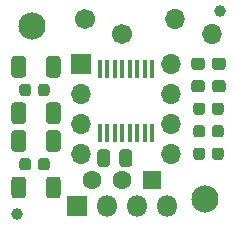
<source format=gts>
G04 #@! TF.GenerationSoftware,KiCad,Pcbnew,(5.1.6-0-10_14)*
G04 #@! TF.CreationDate,2021-08-16T11:45:39+01:00*
G04 #@! TF.ProjectId,VR-Conditioner-MAX9926+reg,56522d43-6f6e-4646-9974-696f6e65722d,3.7*
G04 #@! TF.SameCoordinates,PX68c4118PY713e7a8*
G04 #@! TF.FileFunction,Soldermask,Top*
G04 #@! TF.FilePolarity,Negative*
%FSLAX46Y46*%
G04 Gerber Fmt 4.6, Leading zero omitted, Abs format (unit mm)*
G04 Created by KiCad (PCBNEW (5.1.6-0-10_14)) date 2021-08-16 11:45:39*
%MOMM*%
%LPD*%
G01*
G04 APERTURE LIST*
%ADD10O,1.801600X1.801600*%
%ADD11R,1.801600X1.801600*%
%ADD12R,1.601600X1.601600*%
%ADD13C,1.601600*%
%ADD14C,2.301600*%
%ADD15O,1.701600X1.701600*%
%ADD16C,1.701600*%
%ADD17R,0.456400X1.556499*%
%ADD18R,1.701600X1.701600*%
%ADD19C,1.000000*%
G04 APERTURE END LIST*
G04 #@! TO.C,C20*
G36*
G01*
X4971300Y8282650D02*
X4971300Y7719350D01*
G75*
G02*
X4727150Y7475200I-244150J0D01*
G01*
X4238850Y7475200D01*
G75*
G02*
X3994700Y7719350I0J244150D01*
G01*
X3994700Y8282650D01*
G75*
G02*
X4238850Y8526800I244150J0D01*
G01*
X4727150Y8526800D01*
G75*
G02*
X4971300Y8282650I0J-244150D01*
G01*
G37*
G36*
G01*
X6546300Y8282650D02*
X6546300Y7719350D01*
G75*
G02*
X6302150Y7475200I-244150J0D01*
G01*
X5813850Y7475200D01*
G75*
G02*
X5569700Y7719350I0J244150D01*
G01*
X5569700Y8282650D01*
G75*
G02*
X5813850Y8526800I244150J0D01*
G01*
X6302150Y8526800D01*
G75*
G02*
X6546300Y8282650I0J-244150D01*
G01*
G37*
G04 #@! TD*
G04 #@! TO.C,C10*
G36*
G01*
X5569700Y14005850D02*
X5569700Y14569150D01*
G75*
G02*
X5813850Y14813300I244150J0D01*
G01*
X6302150Y14813300D01*
G75*
G02*
X6546300Y14569150I0J-244150D01*
G01*
X6546300Y14005850D01*
G75*
G02*
X6302150Y13761700I-244150J0D01*
G01*
X5813850Y13761700D01*
G75*
G02*
X5569700Y14005850I0J244150D01*
G01*
G37*
G36*
G01*
X3994700Y14005850D02*
X3994700Y14569150D01*
G75*
G02*
X4238850Y14813300I244150J0D01*
G01*
X4727150Y14813300D01*
G75*
G02*
X4971300Y14569150I0J-244150D01*
G01*
X4971300Y14005850D01*
G75*
G02*
X4727150Y13761700I-244150J0D01*
G01*
X4238850Y13761700D01*
G75*
G02*
X3994700Y14005850I0J244150D01*
G01*
G37*
G04 #@! TD*
G04 #@! TO.C,C4*
G36*
G01*
X12464200Y8027350D02*
X12464200Y8990650D01*
G75*
G02*
X12733350Y9259800I269150J0D01*
G01*
X13271650Y9259800D01*
G75*
G02*
X13540800Y8990650I0J-269150D01*
G01*
X13540800Y8027350D01*
G75*
G02*
X13271650Y7758200I-269150J0D01*
G01*
X12733350Y7758200D01*
G75*
G02*
X12464200Y8027350I0J269150D01*
G01*
G37*
G36*
G01*
X10589200Y8027350D02*
X10589200Y8990650D01*
G75*
G02*
X10858350Y9259800I269150J0D01*
G01*
X11396650Y9259800D01*
G75*
G02*
X11665800Y8990650I0J-269150D01*
G01*
X11665800Y8027350D01*
G75*
G02*
X11396650Y7758200I-269150J0D01*
G01*
X10858350Y7758200D01*
G75*
G02*
X10589200Y8027350I0J269150D01*
G01*
G37*
G04 #@! TD*
G04 #@! TO.C,C3*
G36*
G01*
X19703300Y12981650D02*
X19703300Y12418350D01*
G75*
G02*
X19459150Y12174200I-244150J0D01*
G01*
X18970850Y12174200D01*
G75*
G02*
X18726700Y12418350I0J244150D01*
G01*
X18726700Y12981650D01*
G75*
G02*
X18970850Y13225800I244150J0D01*
G01*
X19459150Y13225800D01*
G75*
G02*
X19703300Y12981650I0J-244150D01*
G01*
G37*
G36*
G01*
X21278300Y12981650D02*
X21278300Y12418350D01*
G75*
G02*
X21034150Y12174200I-244150J0D01*
G01*
X20545850Y12174200D01*
G75*
G02*
X20301700Y12418350I0J244150D01*
G01*
X20301700Y12981650D01*
G75*
G02*
X20545850Y13225800I244150J0D01*
G01*
X21034150Y13225800D01*
G75*
G02*
X21278300Y12981650I0J-244150D01*
G01*
G37*
G04 #@! TD*
G04 #@! TO.C,C2*
G36*
G01*
X19703300Y11076650D02*
X19703300Y10513350D01*
G75*
G02*
X19459150Y10269200I-244150J0D01*
G01*
X18970850Y10269200D01*
G75*
G02*
X18726700Y10513350I0J244150D01*
G01*
X18726700Y11076650D01*
G75*
G02*
X18970850Y11320800I244150J0D01*
G01*
X19459150Y11320800D01*
G75*
G02*
X19703300Y11076650I0J-244150D01*
G01*
G37*
G36*
G01*
X21278300Y11076650D02*
X21278300Y10513350D01*
G75*
G02*
X21034150Y10269200I-244150J0D01*
G01*
X20545850Y10269200D01*
G75*
G02*
X20301700Y10513350I0J244150D01*
G01*
X20301700Y11076650D01*
G75*
G02*
X20545850Y11320800I244150J0D01*
G01*
X21034150Y11320800D01*
G75*
G02*
X21278300Y11076650I0J-244150D01*
G01*
G37*
G04 #@! TD*
G04 #@! TO.C,C1*
G36*
G01*
X19703300Y9171650D02*
X19703300Y8608350D01*
G75*
G02*
X19459150Y8364200I-244150J0D01*
G01*
X18970850Y8364200D01*
G75*
G02*
X18726700Y8608350I0J244150D01*
G01*
X18726700Y9171650D01*
G75*
G02*
X18970850Y9415800I244150J0D01*
G01*
X19459150Y9415800D01*
G75*
G02*
X19703300Y9171650I0J-244150D01*
G01*
G37*
G36*
G01*
X21278300Y9171650D02*
X21278300Y8608350D01*
G75*
G02*
X21034150Y8364200I-244150J0D01*
G01*
X20545850Y8364200D01*
G75*
G02*
X20301700Y8608350I0J244150D01*
G01*
X20301700Y9171650D01*
G75*
G02*
X20545850Y9415800I244150J0D01*
G01*
X21034150Y9415800D01*
G75*
G02*
X21278300Y9171650I0J-244150D01*
G01*
G37*
G04 #@! TD*
D10*
G04 #@! TO.C,J2*
X16510000Y4445000D03*
X13970000Y4445000D03*
X11430000Y4445000D03*
D11*
X8890000Y4445000D03*
G04 #@! TD*
D12*
G04 #@! TO.C,U2*
X15240000Y6650000D03*
D13*
X10160000Y6650000D03*
X12700000Y6650000D03*
G04 #@! TD*
D14*
G04 #@! TO.C,H2*
X5080000Y19685000D03*
G04 #@! TD*
G04 #@! TO.C,H1*
X19685000Y5080000D03*
G04 #@! TD*
D15*
G04 #@! TO.C,R23*
X20320000Y19050000D03*
D16*
X12700000Y19050000D03*
G04 #@! TD*
D15*
G04 #@! TO.C,R13*
X17145000Y20320000D03*
D16*
X9525000Y20320000D03*
G04 #@! TD*
D17*
G04 #@! TO.C,U1*
X15240000Y10613652D03*
X14605000Y10613652D03*
X13970000Y10613652D03*
X13335000Y10613652D03*
X12700000Y10613652D03*
X12065000Y10613652D03*
X11430000Y10613652D03*
X10795000Y10613652D03*
X10795000Y16056348D03*
X11430000Y16056348D03*
X12065000Y16056348D03*
X12700000Y16056348D03*
X13335000Y16056348D03*
X13970000Y16056348D03*
X14605000Y16056348D03*
X15240000Y16056348D03*
G04 #@! TD*
G04 #@! TO.C,R20*
G36*
G01*
X19703300Y14867900D02*
X19703300Y14342100D01*
G75*
G02*
X19440400Y14079200I-262900J0D01*
G01*
X18814600Y14079200D01*
G75*
G02*
X18551700Y14342100I0J262900D01*
G01*
X18551700Y14867900D01*
G75*
G02*
X18814600Y15130800I262900J0D01*
G01*
X19440400Y15130800D01*
G75*
G02*
X19703300Y14867900I0J-262900D01*
G01*
G37*
G36*
G01*
X21453300Y14867900D02*
X21453300Y14342100D01*
G75*
G02*
X21190400Y14079200I-262900J0D01*
G01*
X20564600Y14079200D01*
G75*
G02*
X20301700Y14342100I0J262900D01*
G01*
X20301700Y14867900D01*
G75*
G02*
X20564600Y15130800I262900J0D01*
G01*
X21190400Y15130800D01*
G75*
G02*
X21453300Y14867900I0J-262900D01*
G01*
G37*
G04 #@! TD*
G04 #@! TO.C,R10*
G36*
G01*
X19703300Y16772900D02*
X19703300Y16247100D01*
G75*
G02*
X19440400Y15984200I-262900J0D01*
G01*
X18814600Y15984200D01*
G75*
G02*
X18551700Y16247100I0J262900D01*
G01*
X18551700Y16772900D01*
G75*
G02*
X18814600Y17035800I262900J0D01*
G01*
X19440400Y17035800D01*
G75*
G02*
X19703300Y16772900I0J-262900D01*
G01*
G37*
G36*
G01*
X21453300Y16772900D02*
X21453300Y16247100D01*
G75*
G02*
X21190400Y15984200I-262900J0D01*
G01*
X20564600Y15984200D01*
G75*
G02*
X20301700Y16247100I0J262900D01*
G01*
X20301700Y16772900D01*
G75*
G02*
X20564600Y17035800I262900J0D01*
G01*
X21190400Y17035800D01*
G75*
G02*
X21453300Y16772900I0J-262900D01*
G01*
G37*
G04 #@! TD*
D15*
G04 #@! TO.C,J1*
X16827500Y16510000D03*
X9207500Y8890000D03*
X16827500Y13970000D03*
X9207500Y11430000D03*
X16827500Y11430000D03*
X9207500Y13970000D03*
X16827500Y8890000D03*
D18*
X9207500Y16510000D03*
G04 #@! TD*
D19*
G04 #@! TO.C,FID2*
X20955000Y20955000D03*
G04 #@! TD*
G04 #@! TO.C,FID1*
X3810000Y3810000D03*
G04 #@! TD*
G04 #@! TO.C,R11*
G36*
G01*
X6246700Y11665777D02*
X6246700Y12972223D01*
G75*
G02*
X6519277Y13244800I272577J0D01*
G01*
X7200723Y13244800D01*
G75*
G02*
X7473300Y12972223I0J-272577D01*
G01*
X7473300Y11665777D01*
G75*
G02*
X7200723Y11393200I-272577J0D01*
G01*
X6519277Y11393200D01*
G75*
G02*
X6246700Y11665777I0J272577D01*
G01*
G37*
G36*
G01*
X3321700Y11665777D02*
X3321700Y12972223D01*
G75*
G02*
X3594277Y13244800I272577J0D01*
G01*
X4275723Y13244800D01*
G75*
G02*
X4548300Y12972223I0J-272577D01*
G01*
X4548300Y11665777D01*
G75*
G02*
X4275723Y11393200I-272577J0D01*
G01*
X3594277Y11393200D01*
G75*
G02*
X3321700Y11665777I0J272577D01*
G01*
G37*
G04 #@! TD*
G04 #@! TO.C,R21*
G36*
G01*
X3321700Y5379277D02*
X3321700Y6685723D01*
G75*
G02*
X3594277Y6958300I272577J0D01*
G01*
X4275723Y6958300D01*
G75*
G02*
X4548300Y6685723I0J-272577D01*
G01*
X4548300Y5379277D01*
G75*
G02*
X4275723Y5106700I-272577J0D01*
G01*
X3594277Y5106700D01*
G75*
G02*
X3321700Y5379277I0J272577D01*
G01*
G37*
G36*
G01*
X6246700Y5379277D02*
X6246700Y6685723D01*
G75*
G02*
X6519277Y6958300I272577J0D01*
G01*
X7200723Y6958300D01*
G75*
G02*
X7473300Y6685723I0J-272577D01*
G01*
X7473300Y5379277D01*
G75*
G02*
X7200723Y5106700I-272577J0D01*
G01*
X6519277Y5106700D01*
G75*
G02*
X6246700Y5379277I0J272577D01*
G01*
G37*
G04 #@! TD*
G04 #@! TO.C,R22*
G36*
G01*
X6246700Y9316277D02*
X6246700Y10622723D01*
G75*
G02*
X6519277Y10895300I272577J0D01*
G01*
X7200723Y10895300D01*
G75*
G02*
X7473300Y10622723I0J-272577D01*
G01*
X7473300Y9316277D01*
G75*
G02*
X7200723Y9043700I-272577J0D01*
G01*
X6519277Y9043700D01*
G75*
G02*
X6246700Y9316277I0J272577D01*
G01*
G37*
G36*
G01*
X3321700Y9316277D02*
X3321700Y10622723D01*
G75*
G02*
X3594277Y10895300I272577J0D01*
G01*
X4275723Y10895300D01*
G75*
G02*
X4548300Y10622723I0J-272577D01*
G01*
X4548300Y9316277D01*
G75*
G02*
X4275723Y9043700I-272577J0D01*
G01*
X3594277Y9043700D01*
G75*
G02*
X3321700Y9316277I0J272577D01*
G01*
G37*
G04 #@! TD*
G04 #@! TO.C,R12*
G36*
G01*
X3321700Y15602777D02*
X3321700Y16909223D01*
G75*
G02*
X3594277Y17181800I272577J0D01*
G01*
X4275723Y17181800D01*
G75*
G02*
X4548300Y16909223I0J-272577D01*
G01*
X4548300Y15602777D01*
G75*
G02*
X4275723Y15330200I-272577J0D01*
G01*
X3594277Y15330200D01*
G75*
G02*
X3321700Y15602777I0J272577D01*
G01*
G37*
G36*
G01*
X6246700Y15602777D02*
X6246700Y16909223D01*
G75*
G02*
X6519277Y17181800I272577J0D01*
G01*
X7200723Y17181800D01*
G75*
G02*
X7473300Y16909223I0J-272577D01*
G01*
X7473300Y15602777D01*
G75*
G02*
X7200723Y15330200I-272577J0D01*
G01*
X6519277Y15330200D01*
G75*
G02*
X6246700Y15602777I0J272577D01*
G01*
G37*
G04 #@! TD*
M02*

</source>
